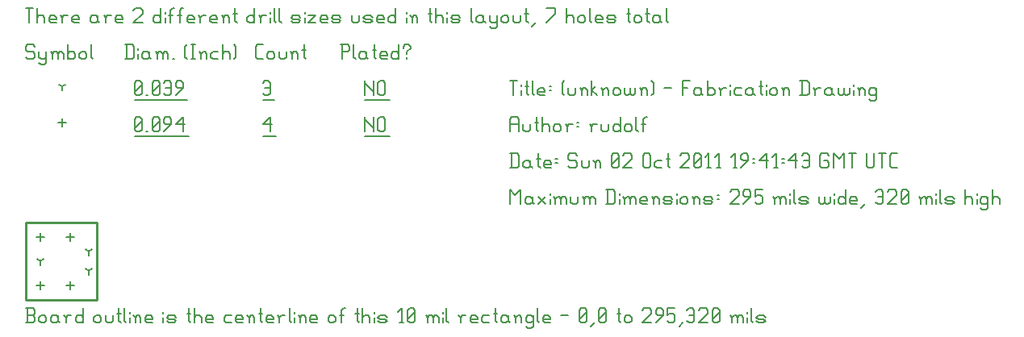
<source format=gbr>
G04 start of page 11 for group -3984 idx -3984 *
G04 Title: (unknown), fab *
G04 Creator: pcb 20100929 *
G04 CreationDate: Sun 02 Oct 2011 19:41:43 GMT UTC *
G04 For: rudolf *
G04 Format: Gerber/RS-274X *
G04 PCB-Dimensions: 29501 32001 *
G04 PCB-Coordinate-Origin: lower left *
%MOIN*%
%FSLAX25Y25*%
%LNFAB*%
%ADD16C,0.0100*%
%ADD17C,0.0080*%
%ADD18C,0.0060*%
G54D17*X6000Y27601D02*Y24401D01*
X4400Y26001D02*X7600D01*
X18500Y27601D02*Y24401D01*
X16900Y26001D02*X20100D01*
X6000Y7601D02*Y4401D01*
X4400Y6001D02*X7600D01*
X18500Y7601D02*Y4401D01*
X16900Y6001D02*X20100D01*
X15000Y74851D02*Y71651D01*
X13400Y73251D02*X16600D01*
G54D18*X140000Y75501D02*Y69501D01*
Y75501D02*Y74751D01*
X143750Y71001D01*
Y75501D02*Y69501D01*
X145551Y74751D02*Y70251D01*
Y74751D02*X146301Y75501D01*
X147801D01*
X148551Y74751D01*
Y70251D01*
X147801Y69501D02*X148551Y70251D01*
X146301Y69501D02*X147801D01*
X145551Y70251D02*X146301Y69501D01*
X140000Y67750D02*X150353D01*
X98000Y72501D02*X101000Y75501D01*
X98000Y72501D02*X101750D01*
X101000Y75501D02*Y69501D01*
X98000Y67750D02*X103551D01*
X45000Y70251D02*X45750Y69501D01*
X45000Y74751D02*Y70251D01*
Y74751D02*X45750Y75501D01*
X47250D01*
X48000Y74751D01*
Y70251D01*
X47250Y69501D02*X48000Y70251D01*
X45750Y69501D02*X47250D01*
X45000Y71001D02*X48000Y74001D01*
X49801Y69501D02*X50551D01*
X52353Y70251D02*X53103Y69501D01*
X52353Y74751D02*Y70251D01*
Y74751D02*X53103Y75501D01*
X54603D01*
X55353Y74751D01*
Y70251D01*
X54603Y69501D02*X55353Y70251D01*
X53103Y69501D02*X54603D01*
X52353Y71001D02*X55353Y74001D01*
X57154Y69501D02*X60154Y72501D01*
Y74751D02*Y72501D01*
X59404Y75501D02*X60154Y74751D01*
X57904Y75501D02*X59404D01*
X57154Y74751D02*X57904Y75501D01*
X57154Y74751D02*Y73251D01*
X57904Y72501D01*
X60154D01*
X61956D02*X64956Y75501D01*
X61956Y72501D02*X65706D01*
X64956Y75501D02*Y69501D01*
X45000Y67750D02*X67507D01*
X6000Y16001D02*Y14401D01*
Y16001D02*X7386Y16801D01*
X6000Y16001D02*X4614Y16801D01*
X26000Y12001D02*Y10401D01*
Y12001D02*X27386Y12801D01*
X26000Y12001D02*X24614Y12801D01*
X26000Y20001D02*Y18401D01*
Y20001D02*X27386Y20801D01*
X26000Y20001D02*X24614Y20801D01*
X15000Y88251D02*Y86651D01*
Y88251D02*X16386Y89051D01*
X15000Y88251D02*X13614Y89051D01*
X140000Y90501D02*Y84501D01*
Y90501D02*Y89751D01*
X143750Y86001D01*
Y90501D02*Y84501D01*
X145551Y89751D02*Y85251D01*
Y89751D02*X146301Y90501D01*
X147801D01*
X148551Y89751D01*
Y85251D01*
X147801Y84501D02*X148551Y85251D01*
X146301Y84501D02*X147801D01*
X145551Y85251D02*X146301Y84501D01*
X140000Y82750D02*X150353D01*
X98000Y89751D02*X98750Y90501D01*
X100250D01*
X101000Y89751D01*
Y85251D01*
X100250Y84501D02*X101000Y85251D01*
X98750Y84501D02*X100250D01*
X98000Y85251D02*X98750Y84501D01*
Y87501D02*X101000D01*
X98000Y82750D02*X102801D01*
X45000Y85251D02*X45750Y84501D01*
X45000Y89751D02*Y85251D01*
Y89751D02*X45750Y90501D01*
X47250D01*
X48000Y89751D01*
Y85251D01*
X47250Y84501D02*X48000Y85251D01*
X45750Y84501D02*X47250D01*
X45000Y86001D02*X48000Y89001D01*
X49801Y84501D02*X50551D01*
X52353Y85251D02*X53103Y84501D01*
X52353Y89751D02*Y85251D01*
Y89751D02*X53103Y90501D01*
X54603D01*
X55353Y89751D01*
Y85251D01*
X54603Y84501D02*X55353Y85251D01*
X53103Y84501D02*X54603D01*
X52353Y86001D02*X55353Y89001D01*
X57154Y89751D02*X57904Y90501D01*
X59404D01*
X60154Y89751D01*
Y85251D01*
X59404Y84501D02*X60154Y85251D01*
X57904Y84501D02*X59404D01*
X57154Y85251D02*X57904Y84501D01*
Y87501D02*X60154D01*
X61956Y84501D02*X64956Y87501D01*
Y89751D02*Y87501D01*
X64206Y90501D02*X64956Y89751D01*
X62706Y90501D02*X64206D01*
X61956Y89751D02*X62706Y90501D01*
X61956Y89751D02*Y88251D01*
X62706Y87501D01*
X64956D01*
X45000Y82750D02*X66757D01*
X3000Y105501D02*X3750Y104751D01*
X750Y105501D02*X3000D01*
X0Y104751D02*X750Y105501D01*
X0Y104751D02*Y103251D01*
X750Y102501D01*
X3000D01*
X3750Y101751D01*
Y100251D01*
X3000Y99501D02*X3750Y100251D01*
X750Y99501D02*X3000D01*
X0Y100251D02*X750Y99501D01*
X5551Y102501D02*Y100251D01*
X6301Y99501D01*
X8551Y102501D02*Y98001D01*
X7801Y97251D02*X8551Y98001D01*
X6301Y97251D02*X7801D01*
X5551Y98001D02*X6301Y97251D01*
Y99501D02*X7801D01*
X8551Y100251D01*
X11103Y101751D02*Y99501D01*
Y101751D02*X11853Y102501D01*
X12603D01*
X13353Y101751D01*
Y99501D01*
Y101751D02*X14103Y102501D01*
X14853D01*
X15603Y101751D01*
Y99501D01*
X10353Y102501D02*X11103Y101751D01*
X17404Y105501D02*Y99501D01*
Y100251D02*X18154Y99501D01*
X19654D01*
X20404Y100251D01*
Y101751D02*Y100251D01*
X19654Y102501D02*X20404Y101751D01*
X18154Y102501D02*X19654D01*
X17404Y101751D02*X18154Y102501D01*
X22206Y101751D02*Y100251D01*
Y101751D02*X22956Y102501D01*
X24456D01*
X25206Y101751D01*
Y100251D01*
X24456Y99501D02*X25206Y100251D01*
X22956Y99501D02*X24456D01*
X22206Y100251D02*X22956Y99501D01*
X27007Y105501D02*Y100251D01*
X27757Y99501D01*
X41750Y105501D02*Y99501D01*
X44000Y105501D02*X44750Y104751D01*
Y100251D01*
X44000Y99501D02*X44750Y100251D01*
X41000Y99501D02*X44000D01*
X41000Y105501D02*X44000D01*
X46551Y104001D02*Y103251D01*
Y101751D02*Y99501D01*
X50303Y102501D02*X51053Y101751D01*
X48803Y102501D02*X50303D01*
X48053Y101751D02*X48803Y102501D01*
X48053Y101751D02*Y100251D01*
X48803Y99501D01*
X51053Y102501D02*Y100251D01*
X51803Y99501D01*
X48803D02*X50303D01*
X51053Y100251D01*
X54354Y101751D02*Y99501D01*
Y101751D02*X55104Y102501D01*
X55854D01*
X56604Y101751D01*
Y99501D01*
Y101751D02*X57354Y102501D01*
X58104D01*
X58854Y101751D01*
Y99501D01*
X53604Y102501D02*X54354Y101751D01*
X60656Y99501D02*X61406D01*
X65907Y100251D02*X66657Y99501D01*
X65907Y104751D02*X66657Y105501D01*
X65907Y104751D02*Y100251D01*
X68459Y105501D02*X69959D01*
X69209D02*Y99501D01*
X68459D02*X69959D01*
X72510Y101751D02*Y99501D01*
Y101751D02*X73260Y102501D01*
X74010D01*
X74760Y101751D01*
Y99501D01*
X71760Y102501D02*X72510Y101751D01*
X77312Y102501D02*X79562D01*
X76562Y101751D02*X77312Y102501D01*
X76562Y101751D02*Y100251D01*
X77312Y99501D01*
X79562D01*
X81363Y105501D02*Y99501D01*
Y101751D02*X82113Y102501D01*
X83613D01*
X84363Y101751D01*
Y99501D01*
X86165Y105501D02*X86915Y104751D01*
Y100251D01*
X86165Y99501D02*X86915Y100251D01*
X95750Y99501D02*X98000D01*
X95000Y100251D02*X95750Y99501D01*
X95000Y104751D02*Y100251D01*
Y104751D02*X95750Y105501D01*
X98000D01*
X99801Y101751D02*Y100251D01*
Y101751D02*X100551Y102501D01*
X102051D01*
X102801Y101751D01*
Y100251D01*
X102051Y99501D02*X102801Y100251D01*
X100551Y99501D02*X102051D01*
X99801Y100251D02*X100551Y99501D01*
X104603Y102501D02*Y100251D01*
X105353Y99501D01*
X106853D01*
X107603Y100251D01*
Y102501D02*Y100251D01*
X110154Y101751D02*Y99501D01*
Y101751D02*X110904Y102501D01*
X111654D01*
X112404Y101751D01*
Y99501D01*
X109404Y102501D02*X110154Y101751D01*
X114956Y105501D02*Y100251D01*
X115706Y99501D01*
X114206Y103251D02*X115706D01*
X130750Y105501D02*Y99501D01*
X130000Y105501D02*X133000D01*
X133750Y104751D01*
Y103251D01*
X133000Y102501D02*X133750Y103251D01*
X130750Y102501D02*X133000D01*
X135551Y105501D02*Y100251D01*
X136301Y99501D01*
X140053Y102501D02*X140803Y101751D01*
X138553Y102501D02*X140053D01*
X137803Y101751D02*X138553Y102501D01*
X137803Y101751D02*Y100251D01*
X138553Y99501D01*
X140803Y102501D02*Y100251D01*
X141553Y99501D01*
X138553D02*X140053D01*
X140803Y100251D01*
X144104Y105501D02*Y100251D01*
X144854Y99501D01*
X143354Y103251D02*X144854D01*
X147106Y99501D02*X149356D01*
X146356Y100251D02*X147106Y99501D01*
X146356Y101751D02*Y100251D01*
Y101751D02*X147106Y102501D01*
X148606D01*
X149356Y101751D01*
X146356Y101001D02*X149356D01*
Y101751D02*Y101001D01*
X154157Y105501D02*Y99501D01*
X153407D02*X154157Y100251D01*
X151907Y99501D02*X153407D01*
X151157Y100251D02*X151907Y99501D01*
X151157Y101751D02*Y100251D01*
Y101751D02*X151907Y102501D01*
X153407D01*
X154157Y101751D01*
X157459Y102501D02*Y101751D01*
Y100251D02*Y99501D01*
X155959Y104751D02*Y104001D01*
Y104751D02*X156709Y105501D01*
X158209D01*
X158959Y104751D01*
Y104001D01*
X157459Y102501D02*X158959Y104001D01*
X0Y120501D02*X3000D01*
X1500D02*Y114501D01*
X4801Y120501D02*Y114501D01*
Y116751D02*X5551Y117501D01*
X7051D01*
X7801Y116751D01*
Y114501D01*
X10353D02*X12603D01*
X9603Y115251D02*X10353Y114501D01*
X9603Y116751D02*Y115251D01*
Y116751D02*X10353Y117501D01*
X11853D01*
X12603Y116751D01*
X9603Y116001D02*X12603D01*
Y116751D02*Y116001D01*
X15154Y116751D02*Y114501D01*
Y116751D02*X15904Y117501D01*
X17404D01*
X14404D02*X15154Y116751D01*
X19956Y114501D02*X22206D01*
X19206Y115251D02*X19956Y114501D01*
X19206Y116751D02*Y115251D01*
Y116751D02*X19956Y117501D01*
X21456D01*
X22206Y116751D01*
X19206Y116001D02*X22206D01*
Y116751D02*Y116001D01*
X28957Y117501D02*X29707Y116751D01*
X27457Y117501D02*X28957D01*
X26707Y116751D02*X27457Y117501D01*
X26707Y116751D02*Y115251D01*
X27457Y114501D01*
X29707Y117501D02*Y115251D01*
X30457Y114501D01*
X27457D02*X28957D01*
X29707Y115251D01*
X33009Y116751D02*Y114501D01*
Y116751D02*X33759Y117501D01*
X35259D01*
X32259D02*X33009Y116751D01*
X37810Y114501D02*X40060D01*
X37060Y115251D02*X37810Y114501D01*
X37060Y116751D02*Y115251D01*
Y116751D02*X37810Y117501D01*
X39310D01*
X40060Y116751D01*
X37060Y116001D02*X40060D01*
Y116751D02*Y116001D01*
X44562Y119751D02*X45312Y120501D01*
X47562D01*
X48312Y119751D01*
Y118251D01*
X44562Y114501D02*X48312Y118251D01*
X44562Y114501D02*X48312D01*
X55813Y120501D02*Y114501D01*
X55063D02*X55813Y115251D01*
X53563Y114501D02*X55063D01*
X52813Y115251D02*X53563Y114501D01*
X52813Y116751D02*Y115251D01*
Y116751D02*X53563Y117501D01*
X55063D01*
X55813Y116751D01*
X57615Y119001D02*Y118251D01*
Y116751D02*Y114501D01*
X59866Y119751D02*Y114501D01*
Y119751D02*X60616Y120501D01*
X61366D01*
X59116Y117501D02*X60616D01*
X63618Y119751D02*Y114501D01*
Y119751D02*X64368Y120501D01*
X65118D01*
X62868Y117501D02*X64368D01*
X67369Y114501D02*X69619D01*
X66619Y115251D02*X67369Y114501D01*
X66619Y116751D02*Y115251D01*
Y116751D02*X67369Y117501D01*
X68869D01*
X69619Y116751D01*
X66619Y116001D02*X69619D01*
Y116751D02*Y116001D01*
X72171Y116751D02*Y114501D01*
Y116751D02*X72921Y117501D01*
X74421D01*
X71421D02*X72171Y116751D01*
X76972Y114501D02*X79222D01*
X76222Y115251D02*X76972Y114501D01*
X76222Y116751D02*Y115251D01*
Y116751D02*X76972Y117501D01*
X78472D01*
X79222Y116751D01*
X76222Y116001D02*X79222D01*
Y116751D02*Y116001D01*
X81774Y116751D02*Y114501D01*
Y116751D02*X82524Y117501D01*
X83274D01*
X84024Y116751D01*
Y114501D01*
X81024Y117501D02*X81774Y116751D01*
X86575Y120501D02*Y115251D01*
X87325Y114501D01*
X85825Y118251D02*X87325D01*
X94527Y120501D02*Y114501D01*
X93777D02*X94527Y115251D01*
X92277Y114501D02*X93777D01*
X91527Y115251D02*X92277Y114501D01*
X91527Y116751D02*Y115251D01*
Y116751D02*X92277Y117501D01*
X93777D01*
X94527Y116751D01*
X97078D02*Y114501D01*
Y116751D02*X97828Y117501D01*
X99328D01*
X96328D02*X97078Y116751D01*
X101130Y119001D02*Y118251D01*
Y116751D02*Y114501D01*
X102631Y120501D02*Y115251D01*
X103381Y114501D01*
X104883Y120501D02*Y115251D01*
X105633Y114501D01*
X110584D02*X112834D01*
X113584Y115251D01*
X112834Y116001D02*X113584Y115251D01*
X110584Y116001D02*X112834D01*
X109834Y116751D02*X110584Y116001D01*
X109834Y116751D02*X110584Y117501D01*
X112834D01*
X113584Y116751D01*
X109834Y115251D02*X110584Y114501D01*
X115386Y119001D02*Y118251D01*
Y116751D02*Y114501D01*
X116887Y117501D02*X119887D01*
X116887Y114501D02*X119887Y117501D01*
X116887Y114501D02*X119887D01*
X122439D02*X124689D01*
X121689Y115251D02*X122439Y114501D01*
X121689Y116751D02*Y115251D01*
Y116751D02*X122439Y117501D01*
X123939D01*
X124689Y116751D01*
X121689Y116001D02*X124689D01*
Y116751D02*Y116001D01*
X127240Y114501D02*X129490D01*
X130240Y115251D01*
X129490Y116001D02*X130240Y115251D01*
X127240Y116001D02*X129490D01*
X126490Y116751D02*X127240Y116001D01*
X126490Y116751D02*X127240Y117501D01*
X129490D01*
X130240Y116751D01*
X126490Y115251D02*X127240Y114501D01*
X134742Y117501D02*Y115251D01*
X135492Y114501D01*
X136992D01*
X137742Y115251D01*
Y117501D02*Y115251D01*
X140293Y114501D02*X142543D01*
X143293Y115251D01*
X142543Y116001D02*X143293Y115251D01*
X140293Y116001D02*X142543D01*
X139543Y116751D02*X140293Y116001D01*
X139543Y116751D02*X140293Y117501D01*
X142543D01*
X143293Y116751D01*
X139543Y115251D02*X140293Y114501D01*
X145845D02*X148095D01*
X145095Y115251D02*X145845Y114501D01*
X145095Y116751D02*Y115251D01*
Y116751D02*X145845Y117501D01*
X147345D01*
X148095Y116751D01*
X145095Y116001D02*X148095D01*
Y116751D02*Y116001D01*
X152896Y120501D02*Y114501D01*
X152146D02*X152896Y115251D01*
X150646Y114501D02*X152146D01*
X149896Y115251D02*X150646Y114501D01*
X149896Y116751D02*Y115251D01*
Y116751D02*X150646Y117501D01*
X152146D01*
X152896Y116751D01*
X157398Y119001D02*Y118251D01*
Y116751D02*Y114501D01*
X159649Y116751D02*Y114501D01*
Y116751D02*X160399Y117501D01*
X161149D01*
X161899Y116751D01*
Y114501D01*
X158899Y117501D02*X159649Y116751D01*
X167151Y120501D02*Y115251D01*
X167901Y114501D01*
X166401Y118251D02*X167901D01*
X169402Y120501D02*Y114501D01*
Y116751D02*X170152Y117501D01*
X171652D01*
X172402Y116751D01*
Y114501D01*
X174204Y119001D02*Y118251D01*
Y116751D02*Y114501D01*
X176455D02*X178705D01*
X179455Y115251D01*
X178705Y116001D02*X179455Y115251D01*
X176455Y116001D02*X178705D01*
X175705Y116751D02*X176455Y116001D01*
X175705Y116751D02*X176455Y117501D01*
X178705D01*
X179455Y116751D01*
X175705Y115251D02*X176455Y114501D01*
X183957Y120501D02*Y115251D01*
X184707Y114501D01*
X188458Y117501D02*X189208Y116751D01*
X186958Y117501D02*X188458D01*
X186208Y116751D02*X186958Y117501D01*
X186208Y116751D02*Y115251D01*
X186958Y114501D01*
X189208Y117501D02*Y115251D01*
X189958Y114501D01*
X186958D02*X188458D01*
X189208Y115251D01*
X191760Y117501D02*Y115251D01*
X192510Y114501D01*
X194760Y117501D02*Y113001D01*
X194010Y112251D02*X194760Y113001D01*
X192510Y112251D02*X194010D01*
X191760Y113001D02*X192510Y112251D01*
Y114501D02*X194010D01*
X194760Y115251D01*
X196561Y116751D02*Y115251D01*
Y116751D02*X197311Y117501D01*
X198811D01*
X199561Y116751D01*
Y115251D01*
X198811Y114501D02*X199561Y115251D01*
X197311Y114501D02*X198811D01*
X196561Y115251D02*X197311Y114501D01*
X201363Y117501D02*Y115251D01*
X202113Y114501D01*
X203613D01*
X204363Y115251D01*
Y117501D02*Y115251D01*
X206914Y120501D02*Y115251D01*
X207664Y114501D01*
X206164Y118251D02*X207664D01*
X209166Y113001D02*X210666Y114501D01*
X215167D02*X218917Y118251D01*
Y120501D02*Y118251D01*
X215167Y120501D02*X218917D01*
X223419D02*Y114501D01*
Y116751D02*X224169Y117501D01*
X225669D01*
X226419Y116751D01*
Y114501D01*
X228220Y116751D02*Y115251D01*
Y116751D02*X228970Y117501D01*
X230470D01*
X231220Y116751D01*
Y115251D01*
X230470Y114501D02*X231220Y115251D01*
X228970Y114501D02*X230470D01*
X228220Y115251D02*X228970Y114501D01*
X233022Y120501D02*Y115251D01*
X233772Y114501D01*
X236023D02*X238273D01*
X235273Y115251D02*X236023Y114501D01*
X235273Y116751D02*Y115251D01*
Y116751D02*X236023Y117501D01*
X237523D01*
X238273Y116751D01*
X235273Y116001D02*X238273D01*
Y116751D02*Y116001D01*
X240825Y114501D02*X243075D01*
X243825Y115251D01*
X243075Y116001D02*X243825Y115251D01*
X240825Y116001D02*X243075D01*
X240075Y116751D02*X240825Y116001D01*
X240075Y116751D02*X240825Y117501D01*
X243075D01*
X243825Y116751D01*
X240075Y115251D02*X240825Y114501D01*
X249076Y120501D02*Y115251D01*
X249826Y114501D01*
X248326Y118251D02*X249826D01*
X251328Y116751D02*Y115251D01*
Y116751D02*X252078Y117501D01*
X253578D01*
X254328Y116751D01*
Y115251D01*
X253578Y114501D02*X254328Y115251D01*
X252078Y114501D02*X253578D01*
X251328Y115251D02*X252078Y114501D01*
X256879Y120501D02*Y115251D01*
X257629Y114501D01*
X256129Y118251D02*X257629D01*
X261381Y117501D02*X262131Y116751D01*
X259881Y117501D02*X261381D01*
X259131Y116751D02*X259881Y117501D01*
X259131Y116751D02*Y115251D01*
X259881Y114501D01*
X262131Y117501D02*Y115251D01*
X262881Y114501D01*
X259881D02*X261381D01*
X262131Y115251D01*
X264682Y120501D02*Y115251D01*
X265432Y114501D01*
G54D16*X0Y32001D02*X29501D01*
X0D02*Y0D01*
X29501Y32001D02*Y0D01*
X0D02*X29501D01*
G54D18*X200000Y45501D02*Y39501D01*
Y45501D02*X202250Y43251D01*
X204500Y45501D01*
Y39501D01*
X208551Y42501D02*X209301Y41751D01*
X207051Y42501D02*X208551D01*
X206301Y41751D02*X207051Y42501D01*
X206301Y41751D02*Y40251D01*
X207051Y39501D01*
X209301Y42501D02*Y40251D01*
X210051Y39501D01*
X207051D02*X208551D01*
X209301Y40251D01*
X211853Y42501D02*X214853Y39501D01*
X211853D02*X214853Y42501D01*
X216654Y44001D02*Y43251D01*
Y41751D02*Y39501D01*
X218906Y41751D02*Y39501D01*
Y41751D02*X219656Y42501D01*
X220406D01*
X221156Y41751D01*
Y39501D01*
Y41751D02*X221906Y42501D01*
X222656D01*
X223406Y41751D01*
Y39501D01*
X218156Y42501D02*X218906Y41751D01*
X225207Y42501D02*Y40251D01*
X225957Y39501D01*
X227457D01*
X228207Y40251D01*
Y42501D02*Y40251D01*
X230759Y41751D02*Y39501D01*
Y41751D02*X231509Y42501D01*
X232259D01*
X233009Y41751D01*
Y39501D01*
Y41751D02*X233759Y42501D01*
X234509D01*
X235259Y41751D01*
Y39501D01*
X230009Y42501D02*X230759Y41751D01*
X240510Y45501D02*Y39501D01*
X242760Y45501D02*X243510Y44751D01*
Y40251D01*
X242760Y39501D02*X243510Y40251D01*
X239760Y39501D02*X242760D01*
X239760Y45501D02*X242760D01*
X245312Y44001D02*Y43251D01*
Y41751D02*Y39501D01*
X247563Y41751D02*Y39501D01*
Y41751D02*X248313Y42501D01*
X249063D01*
X249813Y41751D01*
Y39501D01*
Y41751D02*X250563Y42501D01*
X251313D01*
X252063Y41751D01*
Y39501D01*
X246813Y42501D02*X247563Y41751D01*
X254615Y39501D02*X256865D01*
X253865Y40251D02*X254615Y39501D01*
X253865Y41751D02*Y40251D01*
Y41751D02*X254615Y42501D01*
X256115D01*
X256865Y41751D01*
X253865Y41001D02*X256865D01*
Y41751D02*Y41001D01*
X259416Y41751D02*Y39501D01*
Y41751D02*X260166Y42501D01*
X260916D01*
X261666Y41751D01*
Y39501D01*
X258666Y42501D02*X259416Y41751D01*
X264218Y39501D02*X266468D01*
X267218Y40251D01*
X266468Y41001D02*X267218Y40251D01*
X264218Y41001D02*X266468D01*
X263468Y41751D02*X264218Y41001D01*
X263468Y41751D02*X264218Y42501D01*
X266468D01*
X267218Y41751D01*
X263468Y40251D02*X264218Y39501D01*
X269019Y44001D02*Y43251D01*
Y41751D02*Y39501D01*
X270521Y41751D02*Y40251D01*
Y41751D02*X271271Y42501D01*
X272771D01*
X273521Y41751D01*
Y40251D01*
X272771Y39501D02*X273521Y40251D01*
X271271Y39501D02*X272771D01*
X270521Y40251D02*X271271Y39501D01*
X276072Y41751D02*Y39501D01*
Y41751D02*X276822Y42501D01*
X277572D01*
X278322Y41751D01*
Y39501D01*
X275322Y42501D02*X276072Y41751D01*
X280874Y39501D02*X283124D01*
X283874Y40251D01*
X283124Y41001D02*X283874Y40251D01*
X280874Y41001D02*X283124D01*
X280124Y41751D02*X280874Y41001D01*
X280124Y41751D02*X280874Y42501D01*
X283124D01*
X283874Y41751D01*
X280124Y40251D02*X280874Y39501D01*
X285675Y43251D02*X286425D01*
X285675Y41751D02*X286425D01*
X290927Y44751D02*X291677Y45501D01*
X293927D01*
X294677Y44751D01*
Y43251D01*
X290927Y39501D02*X294677Y43251D01*
X290927Y39501D02*X294677D01*
X296478D02*X299478Y42501D01*
Y44751D02*Y42501D01*
X298728Y45501D02*X299478Y44751D01*
X297228Y45501D02*X298728D01*
X296478Y44751D02*X297228Y45501D01*
X296478Y44751D02*Y43251D01*
X297228Y42501D01*
X299478D01*
X301280Y45501D02*X304280D01*
X301280D02*Y42501D01*
X302030Y43251D01*
X303530D01*
X304280Y42501D01*
Y40251D01*
X303530Y39501D02*X304280Y40251D01*
X302030Y39501D02*X303530D01*
X301280Y40251D02*X302030Y39501D01*
X309531Y41751D02*Y39501D01*
Y41751D02*X310281Y42501D01*
X311031D01*
X311781Y41751D01*
Y39501D01*
Y41751D02*X312531Y42501D01*
X313281D01*
X314031Y41751D01*
Y39501D01*
X308781Y42501D02*X309531Y41751D01*
X315833Y44001D02*Y43251D01*
Y41751D02*Y39501D01*
X317334Y45501D02*Y40251D01*
X318084Y39501D01*
X320336D02*X322586D01*
X323336Y40251D01*
X322586Y41001D02*X323336Y40251D01*
X320336Y41001D02*X322586D01*
X319586Y41751D02*X320336Y41001D01*
X319586Y41751D02*X320336Y42501D01*
X322586D01*
X323336Y41751D01*
X319586Y40251D02*X320336Y39501D01*
X327837Y42501D02*Y40251D01*
X328587Y39501D01*
X329337D01*
X330087Y40251D01*
Y42501D02*Y40251D01*
X330837Y39501D01*
X331587D01*
X332337Y40251D01*
Y42501D02*Y40251D01*
X334139Y44001D02*Y43251D01*
Y41751D02*Y39501D01*
X338640Y45501D02*Y39501D01*
X337890D02*X338640Y40251D01*
X336390Y39501D02*X337890D01*
X335640Y40251D02*X336390Y39501D01*
X335640Y41751D02*Y40251D01*
Y41751D02*X336390Y42501D01*
X337890D01*
X338640Y41751D01*
X341192Y39501D02*X343442D01*
X340442Y40251D02*X341192Y39501D01*
X340442Y41751D02*Y40251D01*
Y41751D02*X341192Y42501D01*
X342692D01*
X343442Y41751D01*
X340442Y41001D02*X343442D01*
Y41751D02*Y41001D01*
X345243Y38001D02*X346743Y39501D01*
X351245Y44751D02*X351995Y45501D01*
X353495D01*
X354245Y44751D01*
Y40251D01*
X353495Y39501D02*X354245Y40251D01*
X351995Y39501D02*X353495D01*
X351245Y40251D02*X351995Y39501D01*
Y42501D02*X354245D01*
X356046Y44751D02*X356796Y45501D01*
X359046D01*
X359796Y44751D01*
Y43251D01*
X356046Y39501D02*X359796Y43251D01*
X356046Y39501D02*X359796D01*
X361598Y40251D02*X362348Y39501D01*
X361598Y44751D02*Y40251D01*
Y44751D02*X362348Y45501D01*
X363848D01*
X364598Y44751D01*
Y40251D01*
X363848Y39501D02*X364598Y40251D01*
X362348Y39501D02*X363848D01*
X361598Y41001D02*X364598Y44001D01*
X369849Y41751D02*Y39501D01*
Y41751D02*X370599Y42501D01*
X371349D01*
X372099Y41751D01*
Y39501D01*
Y41751D02*X372849Y42501D01*
X373599D01*
X374349Y41751D01*
Y39501D01*
X369099Y42501D02*X369849Y41751D01*
X376151Y44001D02*Y43251D01*
Y41751D02*Y39501D01*
X377652Y45501D02*Y40251D01*
X378402Y39501D01*
X380654D02*X382904D01*
X383654Y40251D01*
X382904Y41001D02*X383654Y40251D01*
X380654Y41001D02*X382904D01*
X379904Y41751D02*X380654Y41001D01*
X379904Y41751D02*X380654Y42501D01*
X382904D01*
X383654Y41751D01*
X379904Y40251D02*X380654Y39501D01*
X388155Y45501D02*Y39501D01*
Y41751D02*X388905Y42501D01*
X390405D01*
X391155Y41751D01*
Y39501D01*
X392957Y44001D02*Y43251D01*
Y41751D02*Y39501D01*
X396708Y42501D02*X397458Y41751D01*
X395208Y42501D02*X396708D01*
X394458Y41751D02*X395208Y42501D01*
X394458Y41751D02*Y40251D01*
X395208Y39501D01*
X396708D01*
X397458Y40251D01*
X394458Y38001D02*X395208Y37251D01*
X396708D01*
X397458Y38001D01*
Y42501D02*Y38001D01*
X399260Y45501D02*Y39501D01*
Y41751D02*X400010Y42501D01*
X401510D01*
X402260Y41751D01*
Y39501D01*
X0Y-9500D02*X3000D01*
X3750Y-8750D01*
Y-7250D02*Y-8750D01*
X3000Y-6500D02*X3750Y-7250D01*
X750Y-6500D02*X3000D01*
X750Y-3500D02*Y-9500D01*
X0Y-3500D02*X3000D01*
X3750Y-4250D01*
Y-5750D01*
X3000Y-6500D02*X3750Y-5750D01*
X5551Y-7250D02*Y-8750D01*
Y-7250D02*X6301Y-6500D01*
X7801D01*
X8551Y-7250D01*
Y-8750D01*
X7801Y-9500D02*X8551Y-8750D01*
X6301Y-9500D02*X7801D01*
X5551Y-8750D02*X6301Y-9500D01*
X12603Y-6500D02*X13353Y-7250D01*
X11103Y-6500D02*X12603D01*
X10353Y-7250D02*X11103Y-6500D01*
X10353Y-7250D02*Y-8750D01*
X11103Y-9500D01*
X13353Y-6500D02*Y-8750D01*
X14103Y-9500D01*
X11103D02*X12603D01*
X13353Y-8750D01*
X16654Y-7250D02*Y-9500D01*
Y-7250D02*X17404Y-6500D01*
X18904D01*
X15904D02*X16654Y-7250D01*
X23706Y-3500D02*Y-9500D01*
X22956D02*X23706Y-8750D01*
X21456Y-9500D02*X22956D01*
X20706Y-8750D02*X21456Y-9500D01*
X20706Y-7250D02*Y-8750D01*
Y-7250D02*X21456Y-6500D01*
X22956D01*
X23706Y-7250D01*
X28207D02*Y-8750D01*
Y-7250D02*X28957Y-6500D01*
X30457D01*
X31207Y-7250D01*
Y-8750D01*
X30457Y-9500D02*X31207Y-8750D01*
X28957Y-9500D02*X30457D01*
X28207Y-8750D02*X28957Y-9500D01*
X33009Y-6500D02*Y-8750D01*
X33759Y-9500D01*
X35259D01*
X36009Y-8750D01*
Y-6500D02*Y-8750D01*
X38560Y-3500D02*Y-8750D01*
X39310Y-9500D01*
X37810Y-5750D02*X39310D01*
X40812Y-3500D02*Y-8750D01*
X41562Y-9500D01*
X43063Y-5000D02*Y-5750D01*
Y-7250D02*Y-9500D01*
X45315Y-7250D02*Y-9500D01*
Y-7250D02*X46065Y-6500D01*
X46815D01*
X47565Y-7250D01*
Y-9500D01*
X44565Y-6500D02*X45315Y-7250D01*
X50116Y-9500D02*X52366D01*
X49366Y-8750D02*X50116Y-9500D01*
X49366Y-7250D02*Y-8750D01*
Y-7250D02*X50116Y-6500D01*
X51616D01*
X52366Y-7250D01*
X49366Y-8000D02*X52366D01*
Y-7250D02*Y-8000D01*
X56868Y-5000D02*Y-5750D01*
Y-7250D02*Y-9500D01*
X59119D02*X61369D01*
X62119Y-8750D01*
X61369Y-8000D02*X62119Y-8750D01*
X59119Y-8000D02*X61369D01*
X58369Y-7250D02*X59119Y-8000D01*
X58369Y-7250D02*X59119Y-6500D01*
X61369D01*
X62119Y-7250D01*
X58369Y-8750D02*X59119Y-9500D01*
X67371Y-3500D02*Y-8750D01*
X68121Y-9500D01*
X66621Y-5750D02*X68121D01*
X69622Y-3500D02*Y-9500D01*
Y-7250D02*X70372Y-6500D01*
X71872D01*
X72622Y-7250D01*
Y-9500D01*
X75174D02*X77424D01*
X74424Y-8750D02*X75174Y-9500D01*
X74424Y-7250D02*Y-8750D01*
Y-7250D02*X75174Y-6500D01*
X76674D01*
X77424Y-7250D01*
X74424Y-8000D02*X77424D01*
Y-7250D02*Y-8000D01*
X82675Y-6500D02*X84925D01*
X81925Y-7250D02*X82675Y-6500D01*
X81925Y-7250D02*Y-8750D01*
X82675Y-9500D01*
X84925D01*
X87477D02*X89727D01*
X86727Y-8750D02*X87477Y-9500D01*
X86727Y-7250D02*Y-8750D01*
Y-7250D02*X87477Y-6500D01*
X88977D01*
X89727Y-7250D01*
X86727Y-8000D02*X89727D01*
Y-7250D02*Y-8000D01*
X92278Y-7250D02*Y-9500D01*
Y-7250D02*X93028Y-6500D01*
X93778D01*
X94528Y-7250D01*
Y-9500D01*
X91528Y-6500D02*X92278Y-7250D01*
X97080Y-3500D02*Y-8750D01*
X97830Y-9500D01*
X96330Y-5750D02*X97830D01*
X100081Y-9500D02*X102331D01*
X99331Y-8750D02*X100081Y-9500D01*
X99331Y-7250D02*Y-8750D01*
Y-7250D02*X100081Y-6500D01*
X101581D01*
X102331Y-7250D01*
X99331Y-8000D02*X102331D01*
Y-7250D02*Y-8000D01*
X104883Y-7250D02*Y-9500D01*
Y-7250D02*X105633Y-6500D01*
X107133D01*
X104133D02*X104883Y-7250D01*
X108934Y-3500D02*Y-8750D01*
X109684Y-9500D01*
X111186Y-5000D02*Y-5750D01*
Y-7250D02*Y-9500D01*
X113437Y-7250D02*Y-9500D01*
Y-7250D02*X114187Y-6500D01*
X114937D01*
X115687Y-7250D01*
Y-9500D01*
X112687Y-6500D02*X113437Y-7250D01*
X118239Y-9500D02*X120489D01*
X117489Y-8750D02*X118239Y-9500D01*
X117489Y-7250D02*Y-8750D01*
Y-7250D02*X118239Y-6500D01*
X119739D01*
X120489Y-7250D01*
X117489Y-8000D02*X120489D01*
Y-7250D02*Y-8000D01*
X124990Y-7250D02*Y-8750D01*
Y-7250D02*X125740Y-6500D01*
X127240D01*
X127990Y-7250D01*
Y-8750D01*
X127240Y-9500D02*X127990Y-8750D01*
X125740Y-9500D02*X127240D01*
X124990Y-8750D02*X125740Y-9500D01*
X130542Y-4250D02*Y-9500D01*
Y-4250D02*X131292Y-3500D01*
X132042D01*
X129792Y-6500D02*X131292D01*
X136993Y-3500D02*Y-8750D01*
X137743Y-9500D01*
X136243Y-5750D02*X137743D01*
X139245Y-3500D02*Y-9500D01*
Y-7250D02*X139995Y-6500D01*
X141495D01*
X142245Y-7250D01*
Y-9500D01*
X144046Y-5000D02*Y-5750D01*
Y-7250D02*Y-9500D01*
X146298D02*X148548D01*
X149298Y-8750D01*
X148548Y-8000D02*X149298Y-8750D01*
X146298Y-8000D02*X148548D01*
X145548Y-7250D02*X146298Y-8000D01*
X145548Y-7250D02*X146298Y-6500D01*
X148548D01*
X149298Y-7250D01*
X145548Y-8750D02*X146298Y-9500D01*
X154549D02*X156049D01*
X155299Y-3500D02*Y-9500D01*
X153799Y-5000D02*X155299Y-3500D01*
X157851Y-8750D02*X158601Y-9500D01*
X157851Y-4250D02*Y-8750D01*
Y-4250D02*X158601Y-3500D01*
X160101D01*
X160851Y-4250D01*
Y-8750D01*
X160101Y-9500D02*X160851Y-8750D01*
X158601Y-9500D02*X160101D01*
X157851Y-8000D02*X160851Y-5000D01*
X166102Y-7250D02*Y-9500D01*
Y-7250D02*X166852Y-6500D01*
X167602D01*
X168352Y-7250D01*
Y-9500D01*
Y-7250D02*X169102Y-6500D01*
X169852D01*
X170602Y-7250D01*
Y-9500D01*
X165352Y-6500D02*X166102Y-7250D01*
X172404Y-5000D02*Y-5750D01*
Y-7250D02*Y-9500D01*
X173905Y-3500D02*Y-8750D01*
X174655Y-9500D01*
X179607Y-7250D02*Y-9500D01*
Y-7250D02*X180357Y-6500D01*
X181857D01*
X178857D02*X179607Y-7250D01*
X184408Y-9500D02*X186658D01*
X183658Y-8750D02*X184408Y-9500D01*
X183658Y-7250D02*Y-8750D01*
Y-7250D02*X184408Y-6500D01*
X185908D01*
X186658Y-7250D01*
X183658Y-8000D02*X186658D01*
Y-7250D02*Y-8000D01*
X189210Y-6500D02*X191460D01*
X188460Y-7250D02*X189210Y-6500D01*
X188460Y-7250D02*Y-8750D01*
X189210Y-9500D01*
X191460D01*
X194011Y-3500D02*Y-8750D01*
X194761Y-9500D01*
X193261Y-5750D02*X194761D01*
X198513Y-6500D02*X199263Y-7250D01*
X197013Y-6500D02*X198513D01*
X196263Y-7250D02*X197013Y-6500D01*
X196263Y-7250D02*Y-8750D01*
X197013Y-9500D01*
X199263Y-6500D02*Y-8750D01*
X200013Y-9500D01*
X197013D02*X198513D01*
X199263Y-8750D01*
X202564Y-7250D02*Y-9500D01*
Y-7250D02*X203314Y-6500D01*
X204064D01*
X204814Y-7250D01*
Y-9500D01*
X201814Y-6500D02*X202564Y-7250D01*
X208866Y-6500D02*X209616Y-7250D01*
X207366Y-6500D02*X208866D01*
X206616Y-7250D02*X207366Y-6500D01*
X206616Y-7250D02*Y-8750D01*
X207366Y-9500D01*
X208866D01*
X209616Y-8750D01*
X206616Y-11000D02*X207366Y-11750D01*
X208866D01*
X209616Y-11000D01*
Y-6500D02*Y-11000D01*
X211417Y-3500D02*Y-8750D01*
X212167Y-9500D01*
X214419D02*X216669D01*
X213669Y-8750D02*X214419Y-9500D01*
X213669Y-7250D02*Y-8750D01*
Y-7250D02*X214419Y-6500D01*
X215919D01*
X216669Y-7250D01*
X213669Y-8000D02*X216669D01*
Y-7250D02*Y-8000D01*
X221170Y-6500D02*X224170D01*
X228672Y-8750D02*X229422Y-9500D01*
X228672Y-4250D02*Y-8750D01*
Y-4250D02*X229422Y-3500D01*
X230922D01*
X231672Y-4250D01*
Y-8750D01*
X230922Y-9500D02*X231672Y-8750D01*
X229422Y-9500D02*X230922D01*
X228672Y-8000D02*X231672Y-5000D01*
X233473Y-11000D02*X234973Y-9500D01*
X236775Y-8750D02*X237525Y-9500D01*
X236775Y-4250D02*Y-8750D01*
Y-4250D02*X237525Y-3500D01*
X239025D01*
X239775Y-4250D01*
Y-8750D01*
X239025Y-9500D02*X239775Y-8750D01*
X237525Y-9500D02*X239025D01*
X236775Y-8000D02*X239775Y-5000D01*
X245026Y-3500D02*Y-8750D01*
X245776Y-9500D01*
X244276Y-5750D02*X245776D01*
X247278Y-7250D02*Y-8750D01*
Y-7250D02*X248028Y-6500D01*
X249528D01*
X250278Y-7250D01*
Y-8750D01*
X249528Y-9500D02*X250278Y-8750D01*
X248028Y-9500D02*X249528D01*
X247278Y-8750D02*X248028Y-9500D01*
X254779Y-4250D02*X255529Y-3500D01*
X257779D01*
X258529Y-4250D01*
Y-5750D01*
X254779Y-9500D02*X258529Y-5750D01*
X254779Y-9500D02*X258529D01*
X260331D02*X263331Y-6500D01*
Y-4250D02*Y-6500D01*
X262581Y-3500D02*X263331Y-4250D01*
X261081Y-3500D02*X262581D01*
X260331Y-4250D02*X261081Y-3500D01*
X260331Y-4250D02*Y-5750D01*
X261081Y-6500D01*
X263331D01*
X265132Y-3500D02*X268132D01*
X265132D02*Y-6500D01*
X265882Y-5750D01*
X267382D01*
X268132Y-6500D01*
Y-8750D01*
X267382Y-9500D02*X268132Y-8750D01*
X265882Y-9500D02*X267382D01*
X265132Y-8750D02*X265882Y-9500D01*
X269934Y-11000D02*X271434Y-9500D01*
X273235Y-4250D02*X273985Y-3500D01*
X275485D01*
X276235Y-4250D01*
Y-8750D01*
X275485Y-9500D02*X276235Y-8750D01*
X273985Y-9500D02*X275485D01*
X273235Y-8750D02*X273985Y-9500D01*
Y-6500D02*X276235D01*
X278037Y-4250D02*X278787Y-3500D01*
X281037D01*
X281787Y-4250D01*
Y-5750D01*
X278037Y-9500D02*X281787Y-5750D01*
X278037Y-9500D02*X281787D01*
X283588Y-8750D02*X284338Y-9500D01*
X283588Y-4250D02*Y-8750D01*
Y-4250D02*X284338Y-3500D01*
X285838D01*
X286588Y-4250D01*
Y-8750D01*
X285838Y-9500D02*X286588Y-8750D01*
X284338Y-9500D02*X285838D01*
X283588Y-8000D02*X286588Y-5000D01*
X291840Y-7250D02*Y-9500D01*
Y-7250D02*X292590Y-6500D01*
X293340D01*
X294090Y-7250D01*
Y-9500D01*
Y-7250D02*X294840Y-6500D01*
X295590D01*
X296340Y-7250D01*
Y-9500D01*
X291090Y-6500D02*X291840Y-7250D01*
X298141Y-5000D02*Y-5750D01*
Y-7250D02*Y-9500D01*
X299643Y-3500D02*Y-8750D01*
X300393Y-9500D01*
X302644D02*X304894D01*
X305644Y-8750D01*
X304894Y-8000D02*X305644Y-8750D01*
X302644Y-8000D02*X304894D01*
X301894Y-7250D02*X302644Y-8000D01*
X301894Y-7250D02*X302644Y-6500D01*
X304894D01*
X305644Y-7250D01*
X301894Y-8750D02*X302644Y-9500D01*
X200750Y60501D02*Y54501D01*
X203000Y60501D02*X203750Y59751D01*
Y55251D01*
X203000Y54501D02*X203750Y55251D01*
X200000Y54501D02*X203000D01*
X200000Y60501D02*X203000D01*
X207801Y57501D02*X208551Y56751D01*
X206301Y57501D02*X207801D01*
X205551Y56751D02*X206301Y57501D01*
X205551Y56751D02*Y55251D01*
X206301Y54501D01*
X208551Y57501D02*Y55251D01*
X209301Y54501D01*
X206301D02*X207801D01*
X208551Y55251D01*
X211853Y60501D02*Y55251D01*
X212603Y54501D01*
X211103Y58251D02*X212603D01*
X214854Y54501D02*X217104D01*
X214104Y55251D02*X214854Y54501D01*
X214104Y56751D02*Y55251D01*
Y56751D02*X214854Y57501D01*
X216354D01*
X217104Y56751D01*
X214104Y56001D02*X217104D01*
Y56751D02*Y56001D01*
X218906Y58251D02*X219656D01*
X218906Y56751D02*X219656D01*
X227157Y60501D02*X227907Y59751D01*
X224907Y60501D02*X227157D01*
X224157Y59751D02*X224907Y60501D01*
X224157Y59751D02*Y58251D01*
X224907Y57501D01*
X227157D01*
X227907Y56751D01*
Y55251D01*
X227157Y54501D02*X227907Y55251D01*
X224907Y54501D02*X227157D01*
X224157Y55251D02*X224907Y54501D01*
X229709Y57501D02*Y55251D01*
X230459Y54501D01*
X231959D01*
X232709Y55251D01*
Y57501D02*Y55251D01*
X235260Y56751D02*Y54501D01*
Y56751D02*X236010Y57501D01*
X236760D01*
X237510Y56751D01*
Y54501D01*
X234510Y57501D02*X235260Y56751D01*
X242012Y55251D02*X242762Y54501D01*
X242012Y59751D02*Y55251D01*
Y59751D02*X242762Y60501D01*
X244262D01*
X245012Y59751D01*
Y55251D01*
X244262Y54501D02*X245012Y55251D01*
X242762Y54501D02*X244262D01*
X242012Y56001D02*X245012Y59001D01*
X246813Y59751D02*X247563Y60501D01*
X249813D01*
X250563Y59751D01*
Y58251D01*
X246813Y54501D02*X250563Y58251D01*
X246813Y54501D02*X250563D01*
X255065Y59751D02*Y55251D01*
Y59751D02*X255815Y60501D01*
X257315D01*
X258065Y59751D01*
Y55251D01*
X257315Y54501D02*X258065Y55251D01*
X255815Y54501D02*X257315D01*
X255065Y55251D02*X255815Y54501D01*
X260616Y57501D02*X262866D01*
X259866Y56751D02*X260616Y57501D01*
X259866Y56751D02*Y55251D01*
X260616Y54501D01*
X262866D01*
X265418Y60501D02*Y55251D01*
X266168Y54501D01*
X264668Y58251D02*X266168D01*
X270369Y59751D02*X271119Y60501D01*
X273369D01*
X274119Y59751D01*
Y58251D01*
X270369Y54501D02*X274119Y58251D01*
X270369Y54501D02*X274119D01*
X275921Y55251D02*X276671Y54501D01*
X275921Y59751D02*Y55251D01*
Y59751D02*X276671Y60501D01*
X278171D01*
X278921Y59751D01*
Y55251D01*
X278171Y54501D02*X278921Y55251D01*
X276671Y54501D02*X278171D01*
X275921Y56001D02*X278921Y59001D01*
X281472Y54501D02*X282972D01*
X282222Y60501D02*Y54501D01*
X280722Y59001D02*X282222Y60501D01*
X285524Y54501D02*X287024D01*
X286274Y60501D02*Y54501D01*
X284774Y59001D02*X286274Y60501D01*
X292275Y54501D02*X293775D01*
X293025Y60501D02*Y54501D01*
X291525Y59001D02*X293025Y60501D01*
X295577Y54501D02*X298577Y57501D01*
Y59751D02*Y57501D01*
X297827Y60501D02*X298577Y59751D01*
X296327Y60501D02*X297827D01*
X295577Y59751D02*X296327Y60501D01*
X295577Y59751D02*Y58251D01*
X296327Y57501D01*
X298577D01*
X300378Y58251D02*X301128D01*
X300378Y56751D02*X301128D01*
X302930Y57501D02*X305930Y60501D01*
X302930Y57501D02*X306680D01*
X305930Y60501D02*Y54501D01*
X309231D02*X310731D01*
X309981Y60501D02*Y54501D01*
X308481Y59001D02*X309981Y60501D01*
X312533Y58251D02*X313283D01*
X312533Y56751D02*X313283D01*
X315084Y57501D02*X318084Y60501D01*
X315084Y57501D02*X318834D01*
X318084Y60501D02*Y54501D01*
X320636Y59751D02*X321386Y60501D01*
X322886D01*
X323636Y59751D01*
Y55251D01*
X322886Y54501D02*X323636Y55251D01*
X321386Y54501D02*X322886D01*
X320636Y55251D02*X321386Y54501D01*
Y57501D02*X323636D01*
X331137Y60501D02*X331887Y59751D01*
X328887Y60501D02*X331137D01*
X328137Y59751D02*X328887Y60501D01*
X328137Y59751D02*Y55251D01*
X328887Y54501D01*
X331137D01*
X331887Y55251D01*
Y56751D02*Y55251D01*
X331137Y57501D02*X331887Y56751D01*
X329637Y57501D02*X331137D01*
X333689Y60501D02*Y54501D01*
Y60501D02*X335939Y58251D01*
X338189Y60501D01*
Y54501D01*
X339990Y60501D02*X342990D01*
X341490D02*Y54501D01*
X347492Y60501D02*Y55251D01*
X348242Y54501D01*
X349742D01*
X350492Y55251D01*
Y60501D02*Y55251D01*
X352293Y60501D02*X355293D01*
X353793D02*Y54501D01*
X357845D02*X360095D01*
X357095Y55251D02*X357845Y54501D01*
X357095Y59751D02*Y55251D01*
Y59751D02*X357845Y60501D01*
X360095D01*
X200000Y74751D02*Y69501D01*
Y74751D02*X200750Y75501D01*
X203000D01*
X203750Y74751D01*
Y69501D01*
X200000Y72501D02*X203750D01*
X205551D02*Y70251D01*
X206301Y69501D01*
X207801D01*
X208551Y70251D01*
Y72501D02*Y70251D01*
X211103Y75501D02*Y70251D01*
X211853Y69501D01*
X210353Y73251D02*X211853D01*
X213354Y75501D02*Y69501D01*
Y71751D02*X214104Y72501D01*
X215604D01*
X216354Y71751D01*
Y69501D01*
X218156Y71751D02*Y70251D01*
Y71751D02*X218906Y72501D01*
X220406D01*
X221156Y71751D01*
Y70251D01*
X220406Y69501D02*X221156Y70251D01*
X218906Y69501D02*X220406D01*
X218156Y70251D02*X218906Y69501D01*
X223707Y71751D02*Y69501D01*
Y71751D02*X224457Y72501D01*
X225957D01*
X222957D02*X223707Y71751D01*
X227759Y73251D02*X228509D01*
X227759Y71751D02*X228509D01*
X233760D02*Y69501D01*
Y71751D02*X234510Y72501D01*
X236010D01*
X233010D02*X233760Y71751D01*
X237812Y72501D02*Y70251D01*
X238562Y69501D01*
X240062D01*
X240812Y70251D01*
Y72501D02*Y70251D01*
X245613Y75501D02*Y69501D01*
X244863D02*X245613Y70251D01*
X243363Y69501D02*X244863D01*
X242613Y70251D02*X243363Y69501D01*
X242613Y71751D02*Y70251D01*
Y71751D02*X243363Y72501D01*
X244863D01*
X245613Y71751D01*
X247415D02*Y70251D01*
Y71751D02*X248165Y72501D01*
X249665D01*
X250415Y71751D01*
Y70251D01*
X249665Y69501D02*X250415Y70251D01*
X248165Y69501D02*X249665D01*
X247415Y70251D02*X248165Y69501D01*
X252216Y75501D02*Y70251D01*
X252966Y69501D01*
X255218Y74751D02*Y69501D01*
Y74751D02*X255968Y75501D01*
X256718D01*
X254468Y72501D02*X255968D01*
X200000Y90501D02*X203000D01*
X201500D02*Y84501D01*
X204801Y89001D02*Y88251D01*
Y86751D02*Y84501D01*
X207053Y90501D02*Y85251D01*
X207803Y84501D01*
X206303Y88251D02*X207803D01*
X209304Y90501D02*Y85251D01*
X210054Y84501D01*
X212306D02*X214556D01*
X211556Y85251D02*X212306Y84501D01*
X211556Y86751D02*Y85251D01*
Y86751D02*X212306Y87501D01*
X213806D01*
X214556Y86751D01*
X211556Y86001D02*X214556D01*
Y86751D02*Y86001D01*
X216357Y88251D02*X217107D01*
X216357Y86751D02*X217107D01*
X221609Y85251D02*X222359Y84501D01*
X221609Y89751D02*X222359Y90501D01*
X221609Y89751D02*Y85251D01*
X224160Y87501D02*Y85251D01*
X224910Y84501D01*
X226410D01*
X227160Y85251D01*
Y87501D02*Y85251D01*
X229712Y86751D02*Y84501D01*
Y86751D02*X230462Y87501D01*
X231212D01*
X231962Y86751D01*
Y84501D01*
X228962Y87501D02*X229712Y86751D01*
X233763Y90501D02*Y84501D01*
Y86751D02*X236013Y84501D01*
X233763Y86751D02*X235263Y88251D01*
X238565Y86751D02*Y84501D01*
Y86751D02*X239315Y87501D01*
X240065D01*
X240815Y86751D01*
Y84501D01*
X237815Y87501D02*X238565Y86751D01*
X242616D02*Y85251D01*
Y86751D02*X243366Y87501D01*
X244866D01*
X245616Y86751D01*
Y85251D01*
X244866Y84501D02*X245616Y85251D01*
X243366Y84501D02*X244866D01*
X242616Y85251D02*X243366Y84501D01*
X247418Y87501D02*Y85251D01*
X248168Y84501D01*
X248918D01*
X249668Y85251D01*
Y87501D02*Y85251D01*
X250418Y84501D01*
X251168D01*
X251918Y85251D01*
Y87501D02*Y85251D01*
X254469Y86751D02*Y84501D01*
Y86751D02*X255219Y87501D01*
X255969D01*
X256719Y86751D01*
Y84501D01*
X253719Y87501D02*X254469Y86751D01*
X258521Y90501D02*X259271Y89751D01*
Y85251D01*
X258521Y84501D02*X259271Y85251D01*
X263772Y87501D02*X266772D01*
X271274Y90501D02*Y84501D01*
Y90501D02*X274274D01*
X271274Y87501D02*X273524D01*
X278325D02*X279075Y86751D01*
X276825Y87501D02*X278325D01*
X276075Y86751D02*X276825Y87501D01*
X276075Y86751D02*Y85251D01*
X276825Y84501D01*
X279075Y87501D02*Y85251D01*
X279825Y84501D01*
X276825D02*X278325D01*
X279075Y85251D01*
X281627Y90501D02*Y84501D01*
Y85251D02*X282377Y84501D01*
X283877D01*
X284627Y85251D01*
Y86751D02*Y85251D01*
X283877Y87501D02*X284627Y86751D01*
X282377Y87501D02*X283877D01*
X281627Y86751D02*X282377Y87501D01*
X287178Y86751D02*Y84501D01*
Y86751D02*X287928Y87501D01*
X289428D01*
X286428D02*X287178Y86751D01*
X291230Y89001D02*Y88251D01*
Y86751D02*Y84501D01*
X293481Y87501D02*X295731D01*
X292731Y86751D02*X293481Y87501D01*
X292731Y86751D02*Y85251D01*
X293481Y84501D01*
X295731D01*
X299783Y87501D02*X300533Y86751D01*
X298283Y87501D02*X299783D01*
X297533Y86751D02*X298283Y87501D01*
X297533Y86751D02*Y85251D01*
X298283Y84501D01*
X300533Y87501D02*Y85251D01*
X301283Y84501D01*
X298283D02*X299783D01*
X300533Y85251D01*
X303834Y90501D02*Y85251D01*
X304584Y84501D01*
X303084Y88251D02*X304584D01*
X306086Y89001D02*Y88251D01*
Y86751D02*Y84501D01*
X307587Y86751D02*Y85251D01*
Y86751D02*X308337Y87501D01*
X309837D01*
X310587Y86751D01*
Y85251D01*
X309837Y84501D02*X310587Y85251D01*
X308337Y84501D02*X309837D01*
X307587Y85251D02*X308337Y84501D01*
X313139Y86751D02*Y84501D01*
Y86751D02*X313889Y87501D01*
X314639D01*
X315389Y86751D01*
Y84501D01*
X312389Y87501D02*X313139Y86751D01*
X320640Y90501D02*Y84501D01*
X322890Y90501D02*X323640Y89751D01*
Y85251D01*
X322890Y84501D02*X323640Y85251D01*
X319890Y84501D02*X322890D01*
X319890Y90501D02*X322890D01*
X326192Y86751D02*Y84501D01*
Y86751D02*X326942Y87501D01*
X328442D01*
X325442D02*X326192Y86751D01*
X332493Y87501D02*X333243Y86751D01*
X330993Y87501D02*X332493D01*
X330243Y86751D02*X330993Y87501D01*
X330243Y86751D02*Y85251D01*
X330993Y84501D01*
X333243Y87501D02*Y85251D01*
X333993Y84501D01*
X330993D02*X332493D01*
X333243Y85251D01*
X335795Y87501D02*Y85251D01*
X336545Y84501D01*
X337295D01*
X338045Y85251D01*
Y87501D02*Y85251D01*
X338795Y84501D01*
X339545D01*
X340295Y85251D01*
Y87501D02*Y85251D01*
X342096Y89001D02*Y88251D01*
Y86751D02*Y84501D01*
X344348Y86751D02*Y84501D01*
Y86751D02*X345098Y87501D01*
X345848D01*
X346598Y86751D01*
Y84501D01*
X343598Y87501D02*X344348Y86751D01*
X350649Y87501D02*X351399Y86751D01*
X349149Y87501D02*X350649D01*
X348399Y86751D02*X349149Y87501D01*
X348399Y86751D02*Y85251D01*
X349149Y84501D01*
X350649D01*
X351399Y85251D01*
X348399Y83001D02*X349149Y82251D01*
X350649D01*
X351399Y83001D01*
Y87501D02*Y83001D01*
M02*

</source>
